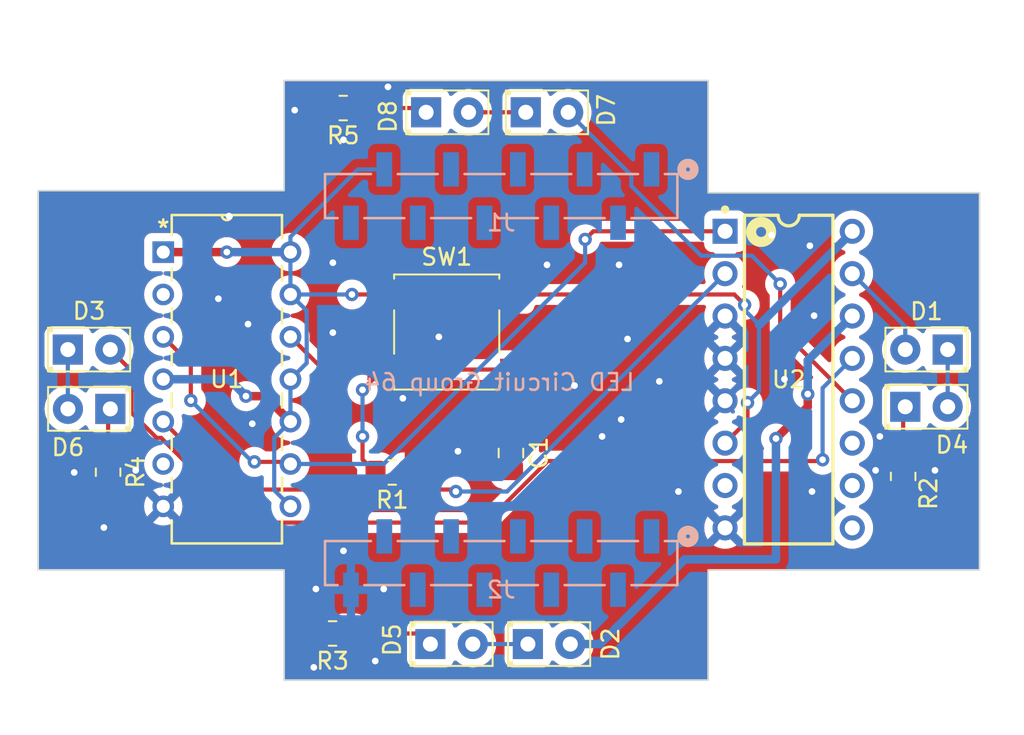
<source format=kicad_pcb>
(kicad_pcb (version 20221018) (generator pcbnew)
  (layers (0 "F.Cu" signal) (31 "B.Cu" signal) (34 "B.Paste" user) (35 "F.Paste" user) (36 "B.SilkS" user "B.Silkscreen") (37 "F.SilkS" user "F.Silkscreen") (38 "B.Mask" user) (39 "F.Mask" user) (44 "Edge.Cuts" user))
  (net 0 "")
  (net 1 "Net-(U1-1CLK)")
  (net 10 "/VCom")
  (net 21 "Net-(D4-K)")
  (net 22 "Net-(D5-K)")
  (net 23 "Net-(D6-K)")
  (net 25 "Net-(U1-1Q)")
  (net 26 "Net-(U1-2Q)")
  (net 32 "Net-(D7-A)")
  (net 33 "Net-(D3-A)")
  (net 34 "Net-(D2-A)")
  (net 35 "Net-(D1-A)")
  (net 36 "/GND")
  (net 37 "Net-(D8-K)")
  (net 38 "Net-(D1-K)")
  (net 39 "Net-(D2-K)")
  (net 40 "Net-(D3-K)")
  (net 41 "Net-(D7-K)")
  (footprint "Local_footprints:CD74HCT138E" (layer "F.Cu") (at 117.221 86)
    (fp_text reference "U2" (at 0 0 unlocked) (layer "F.SilkS"))
    (fp_text value "CD74HCT138E")
    (fp_line (start -2.65 -9.850001) (end -0.635 -9.850001) (stroke (width 0.2)) (layer "F.SilkS"))
    (fp_line (start -2.65 9.850001) (end -2.65 -9.850001) (stroke (width 0.2)) (layer "F.SilkS"))
    (fp_line (start -2.65 9.850001) (end 2.65 9.850001) (stroke (width 0.2)) (layer "F.SilkS"))
    (fp_line (start 0.635 -9.850001) (end 2.65 -9.850001) (stroke (width 0.2)) (layer "F.SilkS"))
    (fp_line (start 2.65 9.850001) (end 2.65 -9.850001) (stroke (width 0.2)) (layer "F.SilkS"))
    (fp_arc (start 0.635 -9.850001) (mid 0 -9.215001) (end -0.635 -9.850001) (stroke (width 0.2)) (layer "F.SilkS"))
    (fp_circle (center -3.81 -10.19) (end -3.684999 -10.19) (stroke (width 0.25)) (fill none) (layer "F.SilkS"))
    (fp_circle (center -1.649999 -8.85) (end -1.35 -8.85) (stroke (width 0.6)) (fill none) (layer "F.SilkS"))
    (pad "1" thru_hole rect (at -3.81 -8.89) (size 1.5 1.5) (drill 0.900001) (layers "*.Cu" "*.Mask") (net 25 "Net-(U1-1Q)"))
    (pad "2" thru_hole circle (at -3.81 -6.35) (size 1.5 1.5) (drill 0.900001) (layers "*.Cu" "*.Mask") (net 26 "Net-(U1-2Q)"))
    (pad "3" thru_hole circle (at -3.81 -3.81) (size 1.5 1.5) (drill 0.900001) (layers "*.Cu" "*.Mask") (net 36 "/GND"))
    (pad "4" thru_hole circle (at -3.81 -1.27) (size 1.5 1.5) (drill 0.900001) (layers "*.Cu" "*.Mask") (net 36 "/GND"))
    (pad "5" thru_hole circle (at -3.81 1.27) (size 1.5 1.5) (drill 0.900001) (layers "*.Cu" "*.Mask") (net 36 "/GND"))
    (pad "6" thru_hole circle (at -3.81 3.81) (size 1.5 1.5) (drill 0.900001) (layers "*.Cu" "*.Mask") (net 10 "/VCom"))
    (pad "7" thru_hole circle (at -3.81 6.35) (size 1.5 1.5) (drill 0.900001) (layers "*.Cu" "*.Mask"))
    (pad "8" thru_hole circle (at -3.81 8.89) (size 1.5 1.5) (drill 0.900001) (layers "*.Cu" "*.Mask") (net 36 "/GND"))
    (pad "9" thru_hole circle (at 3.81 8.89) (size 1.5 1.5) (drill 0.900001) (layers "*.Cu" "*.Mask"))
    (pad "10" thru_hole circle (at 3.81 6.35) (size 1.5 1.5) (drill 0.900001) (layers "*.Cu" "*.Mask"))
    (pad "11" thru_hole circle (at 3.81 3.81) (size 1.5 1.5) (drill 0.900001) (layers "*.Cu" "*.Mask"))
    (pad "12" thru_hole circle (at 3.81 1.27) (size 1.5 1.5) (drill 0.900001) (layers "*.Cu" "*.Mask") (net 32 "Net-(D7-A)"))
    (pad "13" thru_hole circle (at 3.81 -1.27) (size 1.5 1.5) (drill 0.900001) (layers "*.Cu" "*.Mask") (net 33 "Net-(D3-A)"))
    (pad "14" thru_hole circle (at 3.81 -3.81) (size 1.5 1.5) (drill 0.900001) (layers "*.Cu" "*.Mask") (net 34 "Net-(D2-A)"))
    (pad "15" thru_hole circle (at 3.81 -6.35) (size 1.5 1.5) (drill 0.900001) (layers "*.Cu" "*.Mask") (net 35 "Net-(D1-A)"))
    (pad "16" thru_hole circle (at 3.81 -8.89) (size 1.5 1.5) (drill 0.900001) (layers "*.Cu" "*.Mask") (net 10 "/VCom"))
  )
  (footprint "LED_THT:LED_D2.0mm_W4.8mm_H2.5mm_FlatTop" (layer "F.Cu") (at 95.758 101.854)
    (fp_text reference "D5" (at -2.286 -0.254 90) (layer "F.SilkS"))
    (fp_text value "LED")
    (fp_line (start -1.19 -1.31) (end -1.19 1.31) (stroke (width 0.12)) (layer "F.SilkS"))
    (fp_line (start -1.19 -1.31) (end 3.73 -1.31) (stroke (width 0.12)) (layer "F.SilkS"))
    (fp_line (start -1.19 1.31) (end 3.73 1.31) (stroke (width 0.12)) (layer "F.SilkS"))
    (fp_line (start -1.07 -1.31) (end -1.07 -1.08) (stroke (width 0.12)) (layer "F.SilkS"))
    (fp_line (start -1.07 1.08) (end -1.07 1.31) (stroke (width 0.12)) (layer "F.SilkS"))
    (fp_line (start -0.95 -1.31) (end -0.95 -1.08) (stroke (width 0.12)) (layer "F.SilkS"))
    (fp_line (start -0.95 1.08) (end -0.95 1.31) (stroke (width 0.12)) (layer "F.SilkS"))
    (fp_line (start 3.73 -1.31) (end 3.73 1.31) (stroke (width 0.12)) (layer "F.SilkS"))
    (pad "1" thru_hole rect (at 0 0) (size 1.8 1.8) (drill 0.9) (layers "*.Cu" "*.Mask") (net 22 "Net-(D5-K)"))
    (pad "2" thru_hole circle (at 2.54 0) (size 1.8 1.8) (drill 0.9) (layers "*.Cu" "*.Mask") (net 39 "Net-(D2-K)"))
  )
  (footprint "Button_Switch_SMD:SW_SPST_B3S-1000" (layer "F.Cu") (at 96.736 83.149)
    (fp_text reference "SW1" (at 0 -4.5) (layer "F.SilkS"))
    (fp_text value "SW_Push")
    (fp_line (start -3.15 -3.45) (end 3.15 -3.45) (stroke (width 0.12)) (layer "F.SilkS"))
    (fp_line (start -3.15 -3.2) (end -3.15 -3.45) (stroke (width 0.12)) (layer "F.SilkS"))
    (fp_line (start -3.15 1.3) (end -3.15 -1.3) (stroke (width 0.12)) (layer "F.SilkS"))
    (fp_line (start -3.15 3.45) (end -3.15 3.2) (stroke (width 0.12)) (layer "F.SilkS"))
    (fp_line (start 3.15 -3.45) (end 3.15 -3.2) (stroke (width 0.12)) (layer "F.SilkS"))
    (fp_line (start 3.15 -1.3) (end 3.15 1.3) (stroke (width 0.12)) (layer "F.SilkS"))
    (fp_line (start 3.15 3.2) (end 3.15 3.45) (stroke (width 0.12)) (layer "F.SilkS"))
    (fp_line (start 3.15 3.45) (end -3.15 3.45) (stroke (width 0.12)) (layer "F.SilkS"))
    (pad "1" smd rect (at -3.975 -2.25) (size 1.55 1.3) (layers "F.Cu" "F.Paste" "F.Mask") (net 10 "/VCom"))
    (pad "1" smd rect (at 3.975 -2.25) (size 1.55 1.3) (layers "F.Cu" "F.Paste" "F.Mask") (net 10 "/VCom"))
    (pad "2" smd rect (at -3.975 2.25) (size 1.55 1.3) (layers "F.Cu" "F.Paste" "F.Mask") (net 1 "Net-(U1-1CLK)"))
    (pad "2" smd rect (at 3.975 2.25) (size 1.55 1.3) (layers "F.Cu" "F.Paste" "F.Mask") (net 1 "Net-(U1-1CLK)"))
  )
  (footprint "LED_THT:LED_D2.0mm_W4.8mm_H2.5mm_FlatTop" (layer "F.Cu") (at 124.206 87.63)
    (fp_text reference "D4" (at 2.794 2.286) (layer "F.SilkS"))
    (fp_text value "LED")
    (fp_line (start -1.19 -1.31) (end -1.19 1.31) (stroke (width 0.12)) (layer "F.SilkS"))
    (fp_line (start -1.19 -1.31) (end 3.73 -1.31) (stroke (width 0.12)) (layer "F.SilkS"))
    (fp_line (start -1.19 1.31) (end 3.73 1.31) (stroke (width 0.12)) (layer "F.SilkS"))
    (fp_line (start -1.07 -1.31) (end -1.07 -1.08) (stroke (width 0.12)) (layer "F.SilkS"))
    (fp_line (start -1.07 1.08) (end -1.07 1.31) (stroke (width 0.12)) (layer "F.SilkS"))
    (fp_line (start -0.95 -1.31) (end -0.95 -1.08) (stroke (width 0.12)) (layer "F.SilkS"))
    (fp_line (start -0.95 1.08) (end -0.95 1.31) (stroke (width 0.12)) (layer "F.SilkS"))
    (fp_line (start 3.73 -1.31) (end 3.73 1.31) (stroke (width 0.12)) (layer "F.SilkS"))
    (pad "1" thru_hole rect (at 0 0) (size 1.8 1.8) (drill 0.9) (layers "*.Cu" "*.Mask") (net 21 "Net-(D4-K)"))
    (pad "2" thru_hole circle (at 2.54 0) (size 1.8 1.8) (drill 0.9) (layers "*.Cu" "*.Mask") (net 38 "Net-(D1-K)"))
  )
  (footprint "LED_THT:LED_D2.0mm_W4.8mm_H2.5mm_FlatTop" (layer "F.Cu") (at 95.504 69.977)
    (fp_text reference "D8" (at -2.286 0.254 90) (layer "F.SilkS"))
    (fp_text value "LED")
    (fp_line (start -1.19 -1.31) (end -1.19 1.31) (stroke (width 0.12)) (layer "F.SilkS"))
    (fp_line (start -1.19 -1.31) (end 3.73 -1.31) (stroke (width 0.12)) (layer "F.SilkS"))
    (fp_line (start -1.19 1.31) (end 3.73 1.31) (stroke (width 0.12)) (layer "F.SilkS"))
    (fp_line (start -1.07 -1.31) (end -1.07 -1.08) (stroke (width 0.12)) (layer "F.SilkS"))
    (fp_line (start -1.07 1.08) (end -1.07 1.31) (stroke (width 0.12)) (layer "F.SilkS"))
    (fp_line (start -0.95 -1.31) (end -0.95 -1.08) (stroke (width 0.12)) (layer "F.SilkS"))
    (fp_line (start -0.95 1.08) (end -0.95 1.31) (stroke (width 0.12)) (layer "F.SilkS"))
    (fp_line (start 3.73 -1.31) (end 3.73 1.31) (stroke (width 0.12)) (layer "F.SilkS"))
    (pad "1" thru_hole rect (at 0 0) (size 1.8 1.8) (drill 0.9) (layers "*.Cu" "*.Mask") (net 37 "Net-(D8-K)"))
    (pad "2" thru_hole circle (at 2.54 0) (size 1.8 1.8) (drill 0.9) (layers "*.Cu" "*.Mask") (net 41 "Net-(D7-K)"))
  )
  (footprint "LED_THT:LED_D2.0mm_W4.8mm_H2.5mm_FlatTop" (layer "F.Cu") (at 101.6 101.854)
    (fp_text reference "D2" (at 4.953 0 90) (layer "F.SilkS"))
    (fp_text value "LED")
    (fp_line (start -1.19 -1.31) (end -1.19 1.31) (stroke (width 0.12)) (layer "F.SilkS"))
    (fp_line (start -1.19 -1.31) (end 3.73 -1.31) (stroke (width 0.12)) (layer "F.SilkS"))
    (fp_line (start -1.19 1.31) (end 3.73 1.31) (stroke (width 0.12)) (layer "F.SilkS"))
    (fp_line (start -1.07 -1.31) (end -1.07 -1.08) (stroke (width 0.12)) (layer "F.SilkS"))
    (fp_line (start -1.07 1.08) (end -1.07 1.31) (stroke (width 0.12)) (layer "F.SilkS"))
    (fp_line (start -0.95 -1.31) (end -0.95 -1.08) (stroke (width 0.12)) (layer "F.SilkS"))
    (fp_line (start -0.95 1.08) (end -0.95 1.31) (stroke (width 0.12)) (layer "F.SilkS"))
    (fp_line (start 3.73 -1.31) (end 3.73 1.31) (stroke (width 0.12)) (layer "F.SilkS"))
    (pad "1" thru_hole rect (at 0 0) (size 1.8 1.8) (drill 0.9) (layers "*.Cu" "*.Mask") (net 39 "Net-(D2-K)"))
    (pad "2" thru_hole circle (at 2.54 0) (size 1.8 1.8) (drill 0.9) (layers "*.Cu" "*.Mask") (net 34 "Net-(D2-A)"))
  )
  (footprint "LED_THT:LED_D2.0mm_W4.8mm_H2.5mm_FlatTop" (layer "F.Cu") (at 101.473 69.977)
    (fp_text reference "D7" (at 4.826 -0.127 90) (layer "F.SilkS"))
    (fp_text value "LED")
    (fp_line (start -1.19 -1.31) (end -1.19 1.31) (stroke (width 0.12)) (layer "F.SilkS"))
    (fp_line (start -1.19 -1.31) (end 3.73 -1.31) (stroke (width 0.12)) (layer "F.SilkS"))
    (fp_line (start -1.19 1.31) (end 3.73 1.31) (stroke (width 0.12)) (layer "F.SilkS"))
    (fp_line (start -1.07 -1.31) (end -1.07 -1.08) (stroke (width 0.12)) (layer "F.SilkS"))
    (fp_line (start -1.07 1.08) (end -1.07 1.31) (stroke (width 0.12)) (layer "F.SilkS"))
    (fp_line (start -0.95 -1.31) (end -0.95 -1.08) (stroke (width 0.12)) (layer "F.SilkS"))
    (fp_line (start -0.95 1.08) (end -0.95 1.31) (stroke (width 0.12)) (layer "F.SilkS"))
    (fp_line (start 3.73 -1.31) (end 3.73 1.31) (stroke (width 0.12)) (layer "F.SilkS"))
    (pad "1" thru_hole rect (at 0 0) (size 1.8 1.8) (drill 0.9) (layers "*.Cu" "*.Mask") (net 41 "Net-(D7-K)"))
    (pad "2" thru_hole circle (at 2.54 0) (size 1.8 1.8) (drill 0.9) (layers "*.Cu" "*.Mask") (net 32 "Net-(D7-A)"))
  )
  (footprint "Resistor_SMD:R_0805_2012Metric_Pad1.20x1.40mm_HandSolder" (layer "F.Cu") (at 76.454 91.551 -90)
    (fp_text reference "R4" (at 0 -1.65 90) (layer "F.SilkS"))
    (fp_text value "75")
    (fp_line (start -0.227064 -0.735) (end 0.227064 -0.735) (stroke (width 0.12)) (layer "F.SilkS"))
    (fp_line (start -0.227064 0.735) (end 0.227064 0.735) (stroke (width 0.12)) (layer "F.SilkS"))
    (pad "1" smd roundrect (at -1 0 270) (size 1.2 1.4) (layers "F.Cu" "F.Paste" "F.Mask") (roundrect_rratio 0.2083333333) (net 23 "Net-(D6-K)"))
    (pad "2" smd roundrect (at 1 0 270) (size 1.2 1.4) (layers "F.Cu" "F.Paste" "F.Mask") (roundrect_rratio 0.2083333333) (net 36 "/GND"))
  )
  (footprint "Resistor_SMD:R_0805_2012Metric_Pad1.20x1.40mm_HandSolder" (layer "F.Cu") (at 90.535 69.723 180)
    (fp_text reference "R5" (at 0 -1.65) (layer "F.SilkS"))
    (fp_text value "75")
    (fp_line (start -0.227064 -0.735) (end 0.227064 -0.735) (stroke (width 0.12)) (layer "F.SilkS"))
    (fp_line (start -0.227064 0.735) (end 0.227064 0.735) (stroke (width 0.12)) (layer "F.SilkS"))
    (pad "1" smd roundrect (at -1 0 180) (size 1.2 1.4) (layers "F.Cu" "F.Paste" "F.Mask") (roundrect_rratio 0.2083333333) (net 37 "Net-(D8-K)"))
    (pad "2" smd roundrect (at 1 0 180) (size 1.2 1.4) (layers "F.Cu" "F.Paste" "F.Mask") (roundrect_rratio 0.2083333333) (net 36 "/GND"))
  )
  (footprint "Resistor_SMD:R_0805_2012Metric_Pad1.20x1.40mm_HandSolder" (layer "F.Cu") (at 89.9 101.219 180)
    (fp_text reference "R3" (at 0 -1.65) (layer "F.SilkS"))
    (fp_text value "75")
    (fp_line (start -0.227064 -0.735) (end 0.227064 -0.735) (stroke (width 0.12)) (layer "F.SilkS"))
    (fp_line (start -0.227064 0.735) (end 0.227064 0.735) (stroke (width 0.12)) (layer "F.SilkS"))
    (pad "1" smd roundrect (at -1 0 180) (size 1.2 1.4) (layers "F.Cu" "F.Paste" "F.Mask") (roundrect_rratio 0.2083333333) (net 22 "Net-(D5-K)"))
    (pad "2" smd roundrect (at 1 0 180) (size 1.2 1.4) (layers "F.Cu" "F.Paste" "F.Mask") (roundrect_rratio 0.2083333333) (net 36 "/GND"))
  )
  (footprint "LED_THT:LED_D2.0mm_W4.8mm_H2.5mm_FlatTop" (layer "F.Cu") (at 126.746 84.201 180)
    (fp_text reference "D1" (at 1.27 2.286) (layer "F.SilkS"))
    (fp_text value "LED")
    (fp_line (start -1.19 -1.31) (end -1.19 1.31) (stroke (width 0.12)) (layer "F.SilkS"))
    (fp_line (start -1.19 -1.31) (end 3.73 -1.31) (stroke (width 0.12)) (layer "F.SilkS"))
    (fp_line (start -1.19 1.31) (end 3.73 1.31) (stroke (width 0.12)) (layer "F.SilkS"))
    (fp_line (start -1.07 -1.31) (end -1.07 -1.08) (stroke (width 0.12)) (layer "F.SilkS"))
    (fp_line (start -1.07 1.08) (end -1.07 1.31) (stroke (width 0.12)) (layer "F.SilkS"))
    (fp_line (start -0.95 -1.31) (end -0.95 -1.08) (stroke (width 0.12)) (layer "F.SilkS"))
    (fp_line (start -0.95 1.08) (end -0.95 1.31) (stroke (width 0.12)) (layer "F.SilkS"))
    (fp_line (start 3.73 -1.31) (end 3.73 1.31) (stroke (width 0.12)) (layer "F.SilkS"))
    (pad "1" thru_hole rect (at 0 0 180) (size 1.8 1.8) (drill 0.9) (layers "*.Cu" "*.Mask") (net 38 "Net-(D1-K)"))
    (pad "2" thru_hole circle (at 2.54 0 180) (size 1.8 1.8) (drill 0.9) (layers "*.Cu" "*.Mask") (net 35 "Net-(D1-A)"))
  )
  (footprint "LED_THT:LED_D2.0mm_W4.8mm_H2.5mm_FlatTop" (layer "F.Cu") (at 74.041 84.201)
    (fp_text reference "D3" (at 1.27 -2.31) (layer "F.SilkS"))
    (fp_text value "LED")
    (fp_line (start -1.19 -1.31) (end -1.19 1.31) (stroke (width 0.12)) (layer "F.SilkS"))
    (fp_line (start -1.19 -1.31) (end 3.73 -1.31) (stroke (width 0.12)) (layer "F.SilkS"))
    (fp_line (start -1.19 1.31) (end 3.73 1.31) (stroke (width 0.12)) (layer "F.SilkS"))
    (fp_line (start -1.07 -1.31) (end -1.07 -1.08) (stroke (width 0.12)) (layer "F.SilkS"))
    (fp_line (start -1.07 1.08) (end -1.07 1.31) (stroke (width 0.12)) (layer "F.SilkS"))
    (fp_line (start -0.95 -1.31) (end -0.95 -1.08) (stroke (width 0.12)) (layer "F.SilkS"))
    (fp_line (start -0.95 1.08) (end -0.95 1.31) (stroke (width 0.12)) (layer "F.SilkS"))
    (fp_line (start 3.73 -1.31) (end 3.73 1.31) (stroke (width 0.12)) (layer "F.SilkS"))
    (pad "1" thru_hole rect (at 0 0) (size 1.8 1.8) (drill 0.9) (layers "*.Cu" "*.Mask") (net 40 "Net-(D3-K)"))
    (pad "2" thru_hole circle (at 2.54 0) (size 1.8 1.8) (drill 0.9) (layers "*.Cu" "*.Mask") (net 33 "Net-(D3-A)"))
  )
  (footprint "LED_THT:LED_D2.0mm_W4.8mm_H2.5mm_FlatTop" (layer "F.Cu") (at 76.586 87.757 180)
    (fp_text reference "D6" (at 2.54 -2.31) (layer "F.SilkS"))
    (fp_text value "LED")
    (fp_line (start -1.19 -1.31) (end -1.19 1.31) (stroke (width 0.12)) (layer "F.SilkS"))
    (fp_line (start -1.19 -1.31) (end 3.73 -1.31) (stroke (width 0.12)) (layer "F.SilkS"))
    (fp_line (start -1.19 1.31) (end 3.73 1.31) (stroke (width 0.12)) (layer "F.SilkS"))
    (fp_line (start -1.07 -1.31) (end -1.07 -1.08) (stroke (width 0.12)) (layer "F.SilkS"))
    (fp_line (start -1.07 1.08) (end -1.07 1.31) (stroke (width 0.12)) (layer "F.SilkS"))
    (fp_line (start -0.95 -1.31) (end -0.95 -1.08) (stroke (width 0.12)) (layer "F.SilkS"))
    (fp_line (start -0.95 1.08) (end -0.95 1.31) (stroke (width 0.12)) (layer "F.SilkS"))
    (fp_line (start 3.73 -1.31) (end 3.73 1.31) (stroke (width 0.12)) (layer "F.SilkS"))
    (pad "1" thru_hole rect (at 0 0 180) (size 1.8 1.8) (drill 0.9) (layers "*.Cu" "*.Mask") (net 23 "Net-(D6-K)"))
    (pad "2" thru_hole circle (at 2.54 0 180) (size 1.8 1.8) (drill 0.9) (layers "*.Cu" "*.Mask") (net 40 "Net-(D3-K)"))
  )
  (footprint "Resistor_SMD:R_0805_2012Metric_Pad1.20x1.40mm_HandSolder" (layer "F.Cu") (at 93.472 91.567 180)
    (fp_text reference "R1" (at 0 -1.65) (layer "F.SilkS"))
    (fp_text value "R")
    (fp_line (start -0.227064 -0.735) (end 0.227064 -0.735) (stroke (width 0.12)) (layer "F.SilkS"))
    (fp_line (start -0.227064 0.735) (end 0.227064 0.735) (stroke (width 0.12)) (layer "F.SilkS"))
    (pad "1" smd roundrect (at -1 0 180) (size 1.2 1.4) (layers "F.Cu" "F.Paste" "F.Mask") (roundrect_rratio 0.2083333333) (net 36 "/GND"))
    (pad "2" smd roundrect (at 1 0 180) (size 1.2 1.4) (layers "F.Cu" "F.Paste" "F.Mask") (roundrect_rratio 0.2083333333) (net 1 "Net-(U1-1CLK)"))
  )
  (footprint "Resistor_SMD:R_0805_2012Metric_Pad1.20x1.40mm_HandSolder" (layer "F.Cu") (at 124.079 91.805 -90)
    (fp_text reference "R2" (at 1.032 -1.524 90) (layer "F.SilkS"))
    (fp_text value "75")
    (fp_line (start -0.227064 -0.735) (end 0.227064 -0.735) (stroke (width 0.12)) (layer "F.SilkS"))
    (fp_line (start -0.227064 0.735) (end 0.227064 0.735) (stroke (width 0.12)) (layer "F.SilkS"))
    (pad "1" smd roundrect (at -1 0 270) (size 1.2 1.4) (layers "F.Cu" "F.Paste" "F.Mask") (roundrect_rratio 0.2083333333) (net 21 "Net-(D4-K)"))
    (pad "2" smd roundrect (at 1 0 270) (size 1.2 1.4) (layers "F.Cu" "F.Paste" "F.Mask") (roundrect_rratio 0.2083333333) (net 36 "/GND"))
  )
  (footprint "Local_footprints:SN74LS107AN" (layer "F.Cu") (at 87.376 93.599)
    (fp_text reference "U1" (at -3.81 -7.62 unlocked) (layer "F.SilkS"))
    (fp_text value "SN74LS107AN")
    (fp_text user "*" (at -7.62 -16.6497 unlocked) (layer "F.SilkS"))
    (fp_text user "*" (at -7.62 -16.6497) (layer "F.SilkS"))
    (fp_line (start -7.112 -17.4625) (end -7.112 -16.22044) (stroke (width 0.1524)) (layer "F.SilkS"))
    (fp_line (start -7.112 -14.25956) (end -7.112 -13.538569) (stroke (width 0.1524)) (layer "F.SilkS"))
    (fp_line (start -7.112 -11.861431) (end -7.112 -10.998569) (stroke (width 0.1524)) (layer "F.SilkS"))
    (fp_line (start -7.112 -9.321431) (end -7.112 -8.458569) (stroke (width 0.1524)) (layer "F.SilkS"))
    (fp_line (start -7.112 -6.781431) (end -7.112 -5.918569) (stroke (width 0.1524)) (layer "F.SilkS"))
    (fp_line (start -7.112 -4.241431) (end -7.112 -3.378569) (stroke (width 0.1524)) (layer "F.SilkS"))
    (fp_line (start -7.112 -1.701431) (end -7.112 -0.838569) (stroke (width 0.1524)) (layer "F.SilkS"))
    (fp_line (start -7.112 0.838569) (end -7.112 2.2225) (stroke (width 0.1524)) (layer "F.SilkS"))
    (fp_line (start -7.112 2.2225) (end -0.508 2.2225) (stroke (width 0.1524)) (layer "F.SilkS"))
    (fp_line (start -0.508 -17.4625) (end -7.112 -17.4625) (stroke (width 0.1524)) (layer "F.SilkS"))
    (fp_line (start -0.508 -16.078569) (end -0.508 -17.4625) (stroke (width 0.1524)) (layer "F.SilkS"))
    (fp_line (start -0.508 -13.538569) (end -0.508 -14.401431) (stroke (width 0.1524)) (layer "F.SilkS"))
    (fp_line (start -0.508 -10.998569) (end -0.508 -11.861431) (stroke (width 0.1524)) (layer "F.SilkS"))
    (fp_line (start -0.508 -8.458569) (end -0.508 -9.321431) (stroke (width 0.1524)) (layer "F.SilkS"))
    (fp_line (start -0.508 -5.918569) (end -0.508 -6.781431) (stroke (width 0.1524)) (layer "F.SilkS"))
    (fp_line (start -0.508 -3.378569) (end -0.508 -4.241431) (stroke (width 0.1524)) (layer "F.SilkS"))
    (fp_line (start -0.508 -0.838569) (end -0.508 -1.701431) (stroke (width 0.1524)) (layer "F.SilkS"))
    (fp_line (start -0.508 2.2225) (end -0.508 0.838569) (stroke (width 0.1524)) (layer "F.SilkS"))
    (fp_arc (start -3.5052 -17.4625) (mid -3.81 -17.1577) (end -4.1148 -17.4625) (stroke (width 0.1524)) (layer "F.SilkS"))
    (pad "1" thru_hole rect (at -7.62 -15.24) (size 1.2954 1.2954) (drill 0.7874) (layers "*.Cu" "*.Mask") (net 10 "/VCom"))
    (pad "2" thru_hole circle (at -7.62 -12.7) (size 1.2954 1.2954) (drill 0.7874) (layers "*.Cu" "*.Mask"))
    (pad "3" thru_hole circle (at -7.62 -10.16) (size 1.2954 1.2954) (drill 0.7874) (layers "*.Cu" "*.Mask") (net 25 "Net-(U1-1Q)"))
    (pad "4" thru_hole circle (at -7.62 -7.62) (size 1.2954 1.2954) (drill 0.7874) (layers "*.Cu" "*.Mask") (net 10 "/VCom"))
    (pad "5" thru_hole circle (at -7.62 -5.08) (size 1.2954 1.2954) (drill 0.7874) (layers "*.Cu" "*.Mask") (net 26 "Net-(U1-2Q)"))
    (pad "6" thru_hole circle (at -7.62 -2.54) (size 1.2954 1.2954) (drill 0.7874) (layers "*.Cu" "*.Mask"))
    (pad "7" thru_hole circle (at -7.62 0) (size 1.2954 1.2954) (drill 0.7874) (layers "*.Cu" "*.Mask") (net 36 "/GND"))
    (pad "8" thru_hole circle (at 0 0) (size 1.2954 1.2954) (drill 0.7874) (layers "*.Cu" "*.Mask") (net 10 "/VCom"))
    (pad "9" thru_hole circle (at 0 -2.54) (size 1.2954 1.2954) (drill 0.7874) (layers "*.Cu" "*.Mask") (net 25 "Net-(U1-1Q)"))
    (pad "10" thru_hole circle (at 0 -5.08) (size 1.2954 1.2954) (drill 0.7874) (layers "*.Cu" "*.Mask") (net 10 "/VCom"))
    (pad "11" thru_hole circle (at 0 -7.62) (size 1.2954 1.2954) (drill 0.7874) (layers "*.Cu" "*.Mask") (net 10 "/VCom"))
    (pad "12" thru_hole circle (at 0 -10.16) (size 1.2954 1.2954) (drill 0.7874) (layers "*.Cu" "*.Mask") (net 1 "Net-(U1-1CLK)"))
    (pad "13" thru_hole circle (at 0 -12.7) (size 1.2954 1.2954) (drill 0.7874) (layers "*.Cu" "*.Mask") (net 10 "/VCom"))
    (pad "14" thru_hole circle (at 0 -15.24) (size 1.2954 1.2954) (drill 0.7874) (layers "*.Cu" "*.Mask") (net 10 "/VCom"))
  )
  (footprint "Capacitor_SMD:C_0805_2012Metric_Pad1.18x1.45mm_HandSolder" (layer "F.Cu") (at 100.584 90.4025 -90)
    (fp_text reference "C1" (at 0 -1.68 90) (layer "F.SilkS"))
    (fp_text value "C")
    (fp_line (start -0.261252 -0.735) (end 0.261252 -0.735) (stroke (width 0.12)) (layer "F.SilkS"))
    (fp_line (start -0.261252 0.735) (end 0.261252 0.735) (stroke (width 0.12)) (layer "F.SilkS"))
    (pad "1" smd roundrect (at -1.0375 0 270) (size 1.175 1.45) (layers "F.Cu" "F.Paste" "F.Mask") (roundrect_rratio 0.2127659574) (net 36 "/GND"))
    (pad "2" smd roundrect (at 1.0375 0 270) (size 1.175 1.45) (layers "F.Cu" "F.Paste" "F.Mask") (roundrect_rratio 0.2127659574) (net 1 "Net-(U1-1CLK)"))
  )
  (footprint "Local_footprints:Connector" (layer "B.Cu") (at 100 75 180)
    (fp_text reference "J1" (at 0 -1.599946 unlocked) (layer "B.SilkS") (effects (justify mirror)))
    (fp_text value "Right Skid")
    (fp_line (start -10.5537 -1.3208) (end -7.802641 -1.3208) (stroke (width 0.1524)) (layer "B.SilkS"))
    (fp_line (start -10.5537 1.3208) (end -10.5537 -1.3208) (stroke (width 0.1524)) (layer "B.SilkS"))
    (fp_line (start -9.80264 1.3208) (end -10.5537 1.3208) (stroke (width 0.1524)) (layer "B.SilkS"))
    (fp_line (start -6.197361 -1.3208) (end -3.802639 -1.3208) (stroke (width 0.1524)) (layer "B.SilkS"))
    (fp_line (start -5.80264 1.3208) (end -8.19736 1.3208) (stroke (width 0.1524)) (layer "B.SilkS"))
    (fp_line (start -2.197359 -1.3208) (end 0.197361 -1.3208) (stroke (width 0.1524)) (layer "B.SilkS"))
    (fp_line (start -1.802641 1.3208) (end -4.19736 1.3208) (stroke (width 0.1524)) (layer "B.SilkS"))
    (fp_line (start 1.802641 -1.3208) (end 4.19736 -1.3208) (stroke (width 0.1524)) (layer "B.SilkS"))
    (fp_line (start 2.197359 1.3208) (end -0.197361 1.3208) (stroke (width 0.1524)) (layer "B.SilkS"))
    (fp_line (start 5.80264 -1.3208) (end 8.19736 -1.3208) (stroke (width 0.1524)) (layer "B.SilkS"))
    (fp_line (start 6.197359 1.3208) (end 3.802639 1.3208) (stroke (width 0.1524)) (layer "B.SilkS"))
    (fp_line (start 9.80264 -1.3208) (end 10.5537 -1.3208) (stroke (width 0.1524)) (layer "B.SilkS"))
    (fp_line (start 10.5537 -1.3208) (end 10.5537 1.3208) (stroke (width 0.1524)) (layer "B.SilkS"))
    (fp_line (start 10.5537 1.3208) (end 7.802639 1.3208) (stroke (width 0.1524)) (layer "B.SilkS"))
    (fp_circle (center -11.1887 1.600055) (end -10.8077 1.600055) (stroke (width 0.508)) (fill none) (layer "B.SilkS"))
    (fp_circle (center -11.1887 1.600055) (end -10.8077 1.600055) (stroke (width 0.508)) (fill none) (layer "F.SilkS"))
    (pad "1" smd rect (at -9 1.600055 180) (size 0.9398 2.0574) (layers "B.Cu" "B.Paste" "B.Mask"))
    (pad "2" smd rect (at -7.000001 -1.599946 180) (size 0.9398 2.0574) (layers "B.Cu" "B.Paste" "B.Mask"))
    (pad "3" smd rect (at -5 1.600055 180) (size 0.9398 2.0574) (layers "B.Cu" "B.Paste" "B.Mask"))
    (pad "4" smd rect (at -2.999999 -1.599946 180) (size 0.9398 2.0574) (layers "B.Cu" "B.Paste" "B.Mask"))
    (pad "5" smd rect (at -1.000001 1.600055 180) (size 0.9398 2.0574) (layers "B.Cu" "B.Paste" "B.Mask"))
    (pad "6" smd rect (at 1.000001 -1.599946 180) (size 0.9398 2.0574) (layers "B.Cu" "B.Paste" "B.Mask"))
    (pad "7" smd rect (at 2.999999 1.600055 180) (size 0.9398 2.0574) (layers "B.Cu" "B.Paste" "B.Mask"))
    (pad "8" smd rect (at 5 -1.599946 180) (size 0.9398 2.0574) (layers "B.Cu" "B.Paste" "B.Mask"))
    (pad "9" smd rect (at 6.999999 1.600055 180) (size 0.9398 2.0574) (layers "B.Cu" "B.Paste" "B.Mask") (net 10 "/VCom"))
    (pad "10" smd rect (at 9 -1.599946 180) (size 0.9398 2.0574) (layers "B.Cu" "B.Paste" "B.Mask"))
  )
  (footprint "Local_footprints:Connector" (layer "B.Cu") (at 100 97 180)
    (fp_text reference "J2" (at 0 -1.599946 unlocked) (layer "B.SilkS") (effects (justify mirror)))
    (fp_text value "Left Skid")
    (fp_line (start -10.5537 -1.3208) (end -7.802641 -1.3208) (stroke (width 0.1524)) (layer "B.SilkS"))
    (fp_line (start -10.5537 1.3208) (end -10.5537 -1.3208) (stroke (width 0.1524)) (layer "B.SilkS"))
    (fp_line (start -9.80264 1.3208) (end -10.5537 1.3208) (stroke (width 0.1524)) (layer "B.SilkS"))
    (fp_line (start -6.197361 -1.3208) (end -3.802639 -1.3208) (stroke (width 0.1524)) (layer "B.SilkS"))
    (fp_line (start -5.80264 1.3208) (end -8.19736 1.3208) (stroke (width 0.1524)) (layer "B.SilkS"))
    (fp_line (start -2.197359 -1.3208) (end 0.197361 -1.3208) (stroke (width 0.1524)) (layer "B.SilkS"))
    (fp_line (start -1.802641 1.3208) (end -4.19736 1.3208) (stroke (width 0.1524)) (layer "B.SilkS"))
    (fp_line (start 1.802641 -1.3208) (end 4.19736 -1.3208) (stroke (width 0.1524)) (layer "B.SilkS"))
    (fp_line (start 2.197359 1.3208) (end -0.197361 1.3208) (stroke (width 0.1524)) (layer "B.SilkS"))
    (fp_line (start 5.80264 -1.3208) (end 8.19736 -1.3208) (stroke (width 0.1524)) (layer "B.SilkS"))
    (fp_line (start 6.197359 1.3208) (end 3.802639 1.3208) (stroke (width 0.1524)) (layer "B.SilkS"))
    (fp_line (start 9.80264 -1.3208) (end 10.5537 -1.3208) (stroke (width 0.1524)) (layer "B.SilkS"))
    (fp_line (start 10.5537 -1.3208) (end 10.5537 1.3208) (stroke (width 0.1524)) (layer "B.SilkS"))
    (fp_line (start 10.5537 1.3208) (end 7.802639 1.3208) (stroke (width 0.1524)) (layer "B.SilkS"))
    (fp_circle (center -11.1887 1.600055) (end -10.8077 1.600055) (stroke (width 0.508)) (fill none) (layer "B.SilkS"))
    (fp_circle (center -11.1887 1.600055) (end -10.8077 1.600055) (stroke (width 0.508)) (fill none) (layer "F.SilkS"))
    (pad "1" smd rect (at -9 1.600055 180) (size 0.9398 2.0574) (layers "B.Cu" "B.Paste" "B.Mask"))
    (pad "2" smd rect (at -7.000001 -1.599946 180) (size 0.9398 2.0574) (layers "B.Cu" "B.Paste" "B.Mask"))
    (pad "3" smd rect (at -5 1.600055 180) (size 0.9398 2.0574) (layers "B.Cu" "B.Paste" "B.Mask"))
    (pad "4" smd rect (at -2.999999 -1.599946 180) (size 0.9398 2.0574) (layers "B.Cu" "B.Paste" "B.Mask"))
    (pad "5" smd rect (at -1.000001 1.600055 180) (size 0.9398 2.0574) (layers "B.Cu" "B.Paste" "B.Mask"))
    (pad "6" smd rect (at 1.000001 -1.599946 180) (size 0.9398 2.0574) (layers "B.Cu" "B.Paste" "B.Mask"))
    (pad "7" smd rect (at 2.999999 1.600055 180) (size 0.9398 2.0574) (layers "B.Cu" "B.Paste" "B.Mask"))
    (pad "8" smd rect (at 5 -1.599946 180) (size 0.9398 2.0574) (layers "B.Cu" "B.Paste" "B.Mask"))
    (pad "9" smd rect (at 6.999999 1.600055 180) (size 0.9398 2.0574) (layers "B.Cu" "B.Paste" "B.Mask"))
    (pad "10" smd rect (at 9 -1.599946 180) (size 0.9398 2.0574) (layers "B.Cu" "B.Paste" "B.Mask") (net 36 "/GND"))
  )
  (gr_poly (pts (xy 112.395 74.803) (xy 128.651 74.803) (xy 128.651 97.409) (xy 112.395 97.409) (xy 112.395 104.013) (xy 86.995 104.013) (xy 86.995 97.409) (xy 72.263 97.409) (xy 72.263 74.676) (xy 86.995 74.676) (xy 86.995 68.072) (xy 112.395 68.072)) (stroke (width 0.1)) (fill none) (layer "Edge.Cuts"))
  (gr_text "LED Circuit Group 64" (at 108.077 86.741) (layer "B.SilkS") (effects (font (size 1 1)) (justify left bottom mirror)))
  (segment (start 92.761 85.399) (end 89.336 85.399) (width 0.25) (layer "F.Cu") (net 1))
  (segment (start 92.761 85.547) (end 91.694 86.614) (width 0.25) (layer "F.Cu") (net 1))
  (segment (start 91.694 90.789) (end 92.472 91.567) (width 0.25) (layer "F.Cu") (net 1))
  (segment (start 92.761 85.399) (end 92.761 85.547) (width 0.25) (layer "F.Cu") (net 1))
  (segment (start 92.761 85.399) (end 92.71 85.45) (width 0.25) (layer "F.Cu") (net 1))
  (segment (start 92.761 85.399) (end 100.711 85.399) (width 0.25) (layer "F.Cu") (net 1))
  (segment (start 92.472 85.688) (end 92.761 85.399) (width 0.25) (layer "F.Cu") (net 1))
  (segment (start 89.336 85.399) (end 87.376 83.439) (width 0.25) (layer "F.Cu") (net 1))
  (segment (start 101.634 90.39) (end 100.584 91.44) (width 0.25) (layer "F.Cu") (net 1))
  (segment (start 91.694 89.408) (end 91.694 90.789) (width 0.25) (layer "F.Cu") (net 1))
  (segment (start 100.711 85.399) (end 101.634 86.322) (width 0.25) (layer "F.Cu") (net 1))
  (segment (start 101.634 86.322) (end 101.634 90.39) (width 0.25) (layer "F.Cu") (net 1))
  (via (at 91.694 86.614) (size 0.8) (drill 0.4) (layers "F.Cu" "B.Cu") (net 1))
  (via (at 91.694 89.408) (size 0.8) (drill 0.4) (layers "F.Cu" "B.Cu") (net 1))
  (segment (start 91.694 86.614) (end 91.694 89.408) (width 0.25) (layer "B.Cu") (net 1))
  (segment (start 100.711 80.899) (end 92.761 80.899) (width 0.25) (layer "F.Cu") (net 10))
  (segment (start 114.756325 87.382287) (end 114.756325 88.464675) (width 0.25) (layer "F.Cu") (net 10))
  (segment (start 100.711 80.899) (end 100.965 80.899) (width 0.25) (layer "F.Cu") (net 10))
  (segment (start 113.962861 80.899) (end 114.581867 81.518006) (width 0.25) (layer "F.Cu") (net 10))
  (segment (start 84.709 86.995) (end 85.852 86.995) (width 0.508) (layer "F.Cu") (net 10))
  (segment (start 114.756325 88.464675) (end 113.411 89.81) (width 0.25) (layer "F.Cu") (net 10))
  (segment (start 100.965 80.899) (end 113.962861 80.899) (width 0.25) (layer "F.Cu") (net 10))
  (segment (start 85.852 86.995) (end 87.376 88.519) (width 0.508) (layer "F.Cu") (net 10))
  (segment (start 91.059 80.899) (end 92.761 80.899) (width 0.25) (layer "F.Cu") (net 10))
  (segment (start 79.756 78.359) (end 83.566 78.359) (width 0.508) (layer "F.Cu") (net 10))
  (via (at 84.709 86.995) (size 0.8) (drill 0.4) (layers "F.Cu" "B.Cu") (net 10))
  (via (at 114.756325 87.382287) (size 0.8) (drill 0.4) (layers "F.Cu" "B.Cu") (net 10))
  (via (at 114.581867 81.518006) (size 0.8) (drill 0.4) (layers "F.Cu" "B.Cu") (net 10))
  (via (at 83.566 78.359) (size 0.8) (drill 0.4) (layers "F.Cu" "B.Cu") (net 10))
  (via (at 91.059 80.899) (size 0.8) (drill 0.4) (layers "F.Cu" "B.Cu") (net 10))
  (segment (start 88.3487 85.0063) (end 87.376 85.979) (width 0.25) (layer "B.Cu") (net 10))
  (segment (start 121.031 77.11) (end 121.031 77.153739) (width 0.508) (layer "B.Cu") (net 10))
  (segment (start 86.4033 92.6263) (end 86.4033 89.4917) (width 0.25) (layer "B.Cu") (net 10))
  (segment (start 79.756 85.979) (end 83.693 85.979) (width 0.508) (layer "B.Cu") (net 10))
  (segment (start 83.566 78.359) (end 87.376 78.359) (width 0.508) (layer "B.Cu") (net 10))
  (segment (start 87.376 77.443014) (end 91.419069 73.399945) (width 0.25) (layer "B.Cu") (net 10))
  (segment (start 115.443 86.695612) (end 114.756325 87.382287) (width 0.25) (layer "B.Cu") (net 10))
  (segment (start 87.376 85.979) (end 87.376 88.519) (width 0.25) (layer "B.Cu") (net 10))
  (segment (start 88.3487 81.8717) (end 88.3487 85.0063) (width 0.25) (layer "B.Cu") (net 10))
  (segment (start 115.443 82.698) (end 115.443 82.804) (width 0.25) (layer "B.Cu") (net 10))
  (segment (start 115.486739 82.698) (end 115.443 82.698) (width 0.508) (layer "B.Cu") (net 10))
  (segment (start 114.581867 81.518006) (end 114.581867 81.836867) (width 0.25) (layer "B.Cu") (net 10))
  (segment (start 87.376 80.899) (end 91.059 80.899) (width 0.25) (layer "B.Cu") (net 10))
  (segment (start 115.443 82.804) (end 115.443 86.695612) (width 0.25) (layer "B.Cu") (net 10))
  (segment (start 86.4033 89.4917) (end 87.376 88.519) (width 0.25) (layer "B.Cu") (net 10))
  (segment (start 91.419069 73.399945) (end 93.000001 73.399945) (width 0.25) (layer "B.Cu") (net 10))
  (segment (start 87.376 78.359) (end 87.376 77.443014) (width 0.25) (layer "B.Cu") (net 10))
  (segment (start 114.581867 81.836867) (end 115.443 82.698) (width 0.25) (layer "B.Cu") (net 10))
  (segment (start 83.693 85.979) (end 84.709 86.995) (width 0.508) (layer "B.Cu") (net 10))
  (segment (start 87.376 93.599) (end 86.4033 92.6263) (width 0.25) (layer "B.Cu") (net 10))
  (segment (start 121.031 77.153739) (end 115.486739 82.698) (width 0.508) (layer "B.Cu") (net 10))
  (segment (start 87.376 80.899) (end 88.3487 81.8717) (width 0.25) (layer "B.Cu") (net 10))
  (segment (start 87.376 78.359) (end 87.376 80.899) (width 0.25) (layer "B.Cu") (net 10))
  (segment (start 124.079 87.757) (end 124.206 87.63) (width 0.25) (layer "F.Cu") (net 21))
  (segment (start 124.079 90.805) (end 124.079 87.757) (width 0.25) (layer "F.Cu") (net 21))
  (segment (start 124.206 87.884) (end 124.333 88.011) (width 0.25) (layer "B.Cu") (net 21))
  (segment (start 95.123 101.219) (end 95.758 101.854) (width 0.25) (layer "F.Cu") (net 22))
  (segment (start 90.9 101.219) (end 95.123 101.219) (width 0.25) (layer "F.Cu") (net 22))
  (segment (start 76.454 90.551) (end 76.454 87.889) (width 0.25) (layer "F.Cu") (net 23))
  (segment (start 76.454 87.889) (end 76.586 87.757) (width 0.25) (layer "F.Cu") (net 23))
  (segment (start 85.217 90.932) (end 87.249 90.932) (width 0.25) (layer "F.Cu") (net 25))
  (segment (start 87.249 90.932) (end 87.376 91.059) (width 0.25) (layer "F.Cu") (net 25))
  (segment (start 105.516 77.11) (end 113.411 77.11) (width 0.25) (layer "F.Cu") (net 25))
  (segment (start 105.029 77.597) (end 105.516 77.11) (width 0.25) (layer "F.Cu") (net 25))
  (segment (start 79.756 83.439) (end 81.407 85.09) (width 0.25) (layer "F.Cu") (net 25))
  (segment (start 81.407 85.09) (end 81.407 87.249) (width 0.25) (layer "F.Cu") (net 25))
  (via (at 85.217 90.932) (size 0.8) (drill 0.4) (layers "F.Cu" "B.Cu") (net 25))
  (via (at 105.029 77.597) (size 0.8) (drill 0.4) (layers "F.Cu" "B.Cu") (net 25))
  (via (at 81.407 87.249) (size 0.8) (drill 0.4) (layers "F.Cu" "B.Cu") (net 25))
  (segment (start 81.407 87.249) (end 85.09 90.932) (width 0.25) (layer "B.Cu") (net 25))
  (segment (start 92.964 91.059) (end 87.376 91.059) (width 0.25) (layer "B.Cu") (net 25))
  (segment (start 85.09 90.932) (end 85.217 90.932) (width 0.25) (layer "B.Cu") (net 25))
  (segment (start 105.029 77.597) (end 105.029 78.994) (width 0.25) (layer "B.Cu") (net 25))
  (segment (start 105.029 78.994) (end 92.964 91.059) (width 0.25) (layer "B.Cu") (net 25))
  (segment (start 83.829 92.592) (end 97.164 92.592) (width 0.25) (layer "F.Cu") (net 26))
  (segment (start 79.756 88.519) (end 83.829 92.592) (width 0.25) (layer "F.Cu") (net 26))
  (segment (start 97.164 92.592) (end 97.282 92.71) (width 0.25) (layer "F.Cu") (net 26))
  (via (at 97.282 92.71) (size 0.8) (drill 0.4) (layers "F.Cu" "B.Cu") (net 26))
  (segment (start 100.351 92.71) (end 113.411 79.65) (width 0.25) (layer "B.Cu") (net 26))
  (segment (start 97.282 92.71) (end 100.351 92.71) (width 0.25) (layer "B.Cu") (net 26))
  (segment (start 116.713 82.952) (end 121.031 87.27) (width 0.25) (layer "F.Cu") (net 32))
  (segment (start 116.713 80.264) (end 116.713 82.952) (width 0.25) (layer "F.Cu") (net 32))
  (via (at 116.713 80.264) (size 0.8) (drill 0.4) (layers "F.Cu" "B.Cu") (net 32))
  (segment (start 104.013 69.977) (end 107.794901 73.758901) (width 0.25) (layer "B.Cu") (net 32))
  (segment (start 107.794901 74.393901) (end 111.976 78.575) (width 0.25) (layer "B.Cu") (net 32))
  (segment (start 115.024 78.575) (end 116.713 80.264) (width 0.25) (layer "B.Cu") (net 32))
  (segment (start 107.794901 73.758901) (end 107.794901 74.393901) (width 0.25) (layer "B.Cu") (net 32))
  (segment (start 111.976 78.575) (end 115.024 78.575) (width 0.25) (layer "B.Cu") (net 32))
  (segment (start 99.1033 94.5717) (end 84.709 94.5717) (width 0.25) (layer "F.Cu") (net 33))
  (segment (start 119.173 90.885) (end 102.79 90.885) (width 0.25) (layer "F.Cu") (net 33))
  (segment (start 77.851 87.989606) (end 77.851 85.471) (width 0.25) (layer "F.Cu") (net 33))
  (segment (start 102.79 90.885) (end 99.1033 94.5717) (width 0.25) (layer "F.Cu") (net 33))
  (segment (start 77.851 85.471) (end 76.581 84.201) (width 0.25) (layer "F.Cu") (net 33))
  (segment (start 79.629 89.4917) (end 79.353094 89.4917) (width 0.25) (layer "F.Cu") (net 33))
  (segment (start 84.709 94.5717) (end 79.629 89.4917) (width 0.25) (layer "F.Cu") (net 33))
  (segment (start 79.353094 89.4917) (end 77.851 87.989606) (width 0.25) (layer "F.Cu") (net 33))
  (segment (start 119.253 90.805) (end 119.173 90.885) (width 0.25) (layer "F.Cu") (net 33))
  (via (at 119.253 90.805) (size 0.8) (drill 0.4) (layers "F.Cu" "B.Cu") (net 33))
  (segment (start 119.253 90.805) (end 119.253 86.508) (width 0.25) (layer "B.Cu") (net 33))
  (segment (start 119.253 86.508) (end 121.031 84.73) (width 0.25) (layer "B.Cu") (net 33))
  (segment (start 118.364 86.868) (end 118.364 87.63) (width 0.508) (layer "F.Cu") (net 34))
  (segment (start 118.364 87.63) (end 116.459 89.535) (width 0.508) (layer "F.Cu") (net 34))
  (via (at 116.459 89.535) (size 0.8) (drill 0.4) (layers "F.Cu" "B.Cu") (net 34))
  (via (at 118.364 86.868) (size 0.8) (drill 0.4) (layers "F.Cu" "B.Cu") (net 34))
  (segment (start 116.459 89.535) (end 116.459 96.774) (width 0.508) (layer "B.Cu") (net 34))
  (segment (start 121.031 82.19) (end 118.364 84.857) (width 0.508) (layer "B.Cu") (net 34))
  (segment (start 116.459 96.774) (end 110.998 96.774) (width 0.508) (layer "B.Cu") (net 34))
  (segment (start 110.998 96.774) (end 105.918 101.854) (width 0.508) (layer "B.Cu") (net 34))
  (segment (start 105.918 101.854) (end 104.14 101.854) (width 0.508) (layer "B.Cu") (net 34))
  (segment (start 118.364 84.857) (end 118.364 86.868) (width 0.508) (layer "B.Cu") (net 34))
  (segment (start 121.031 79.65) (end 124.206 82.825) (width 0.25) (layer "B.Cu") (net 35))
  (segment (start 124.206 82.825) (end 124.206 84.201) (width 0.25) (layer "B.Cu") (net 35))
  (via (at 107.061 79.121) (size 0.8) (drill 0.4) (layers "F.Cu" "B.Cu") (net 36))
  (via (at 87.63 69.85) (size 0.8) (drill 0.4) (layers "F.Cu" "B.Cu") (net 36))
  (via (at 92.964 98.552) (size 0.8) (drill 0.4) (layers "F.Cu" "B.Cu") (net 36))
  (via (at 76.2 94.869) (size 0.8) (drill 0.4) (layers "F.Cu" "B.Cu") (net 36))
  (via (at 125.984 91.44) (size 0.8) (drill 0.4) (layers "F.Cu" "B.Cu") (net 36))
  (via (at 107.569 83.566) (size 0.8) (drill 0.4) (layers "F.Cu" "B.Cu") (net 36))
  (via (at 110.617 92.71) (size 0.8) (drill 0.4) (layers "F.Cu" "B.Cu") (net 36))
  (via (at 104.394 86.36) (size 0.8) (drill 0.4) (layers "F.Cu" "B.Cu") (net 36))
  (via (at 78.105 91.44) (size 0.8) (drill 0.4) (layers "F.Cu" "B.Cu") (net 36))
  (via (at 116.205 77.343) (size 0.8) (drill 0.4) (layers "F.Cu" "B.Cu") (net 36))
  (via (at 102.743 79.121) (size 0.8) (drill 0.4) (layers "F.Cu" "B.Cu") (net 36))
  (via (at 118.745 82.169) (size 0.8) (drill 0.4) (layers "F.Cu" "B.Cu") (net 36))
  (via (at 90.551 71.628) (size 0.8) (drill 0.4) (layers "F.Cu" "B.Cu") (net 36))
  (via (at 118.491 77.978) (size 0.8) (drill 0.4) (layers "F.Cu" "B.Cu") (net 36))
  (via (at 96.266 83.439) (size 0.8) (drill 0.4) (layers "F.Cu" "B.Cu") (net 36))
  (via (at 88.773 103.251) (size 0.8) (drill 0.4) (layers "F.Cu" "B.Cu") (net 36))
  (via (at 109.474 86.106) (size 0.8) (drill 0.4) (layers "F.Cu" "B.Cu") (net 36))
  (via (at 89.916 83.185) (size 0.8) (drill 0.4) (layers "F.Cu" "B.Cu") (net 36))
  (via (at 74.422 91.567) (size 0.8) (drill 0.4) (layers "F.Cu" "B.Cu") (net 36))
  (via (at 118.618 92.71) (size 0.8) (drill 0.4) (layers "F.Cu" "B.Cu") (net 36))
  (via (at 85.09 88.646) (size 0.8) (drill 0.4) (layers "F.Cu" "B.Cu") (net 36))
  (via (at 97.409 90.297) (size 0.8) (drill 0.4) (layers "F.Cu" "B.Cu") (net 36))
  (via (at 93.218 68.453) (size 0.8) (drill 0.4) (layers "F.Cu" "B.Cu") (net 36))
  (via (at 83.693 76.2) (size 0.8) (drill 0.4) (layers "F.Cu" "B.Cu") (net 36))
  (via (at 122.428 91.44) (size 0.8) (drill 0.4) (layers "F.Cu" "B.Cu") (net 36))
  (via (at 107.188 88.392) (size 0.8) (drill 0.4) (layers "F.Cu" "B.Cu") (net 36))
  (via (at 92.456 102.87) (size 0.8) (drill 0.4) (layers "F.Cu" "B.Cu") (net 36))
  (via (at 116.967 85.979) (size 0.8) (drill 0.4) (layers "F.Cu" "B.Cu") (net 36))
  (via (at 94.107 87.122) (size 0.8) (drill 0.4) (layers "F.Cu" "B.Cu") (net 36))
  (via (at 122.682 89.408) (size 0.8) (drill 0.4) (layers "F.Cu" "B.Cu") (net 36))
  (via (at 90.551 96.266) (size 0.8) (drill 0.4) (layers "F.Cu" "B.Cu") (net 36))
  (via (at 89.916 78.994) (size 0.8) (drill 0.4) (layers "F.Cu" "B.Cu") (net 36))
  (via (at 84.836 82.677) (size 0.8) (drill 0.4) (layers "F.Cu" "B.Cu") (net 36))
  (via (at 106.045 89.408) (size 0.8) (drill 0.4) (layers "F.Cu" "B.Cu") (net 36))
  (via (at 83.058 81.153) (size 0.8) (drill 0.4) (layers "F.Cu" "B.Cu") (net 36))
  (via (at 88.9 98.552) (size 0.8) (drill 0.4) (layers "F.Cu" "B.Cu") (net 36))
  (segment (start 91.535 69.723) (end 95.25 69.723) (width 0.25) (layer "F.Cu") (net 37))
  (segment (start 95.25 69.723) (end 95.504 69.977) (width 0.25) (layer "F.Cu") (net 37))
  (segment (start 126.746 87.63) (end 126.746 84.201) (width 0.25) (layer "B.Cu") (net 38))
  (segment (start 98.298 101.854) (end 101.6 101.854) (width 0.25) (layer "B.Cu") (net 39))
  (segment (start 74.041 84.201) (end 74.041 87.752) (width 0.25) (layer "B.Cu") (net 40))
  (segment (start 74.041 87.752) (end 74.046 87.757) (width 0.25) (layer "B.Cu") (net 40))
  (segment (start 98.044 69.977) (end 101.473 69.977) (width 0.25) (layer "F.Cu") (net 41))
  (zone (net 36) (net_name "/GND") (layers "F&B.Cu") (connect_pads (clearance 0.5)) (min_thickness 0.25) (fill yes (thermal_gap 0.5) (thermal_bridge_width 0.5))
    (polygon (pts (xy 70.231 63.627) (xy 130.683 63.246) (xy 131.318 107.315) (xy 69.977 106.426)))
  )
)
</source>
